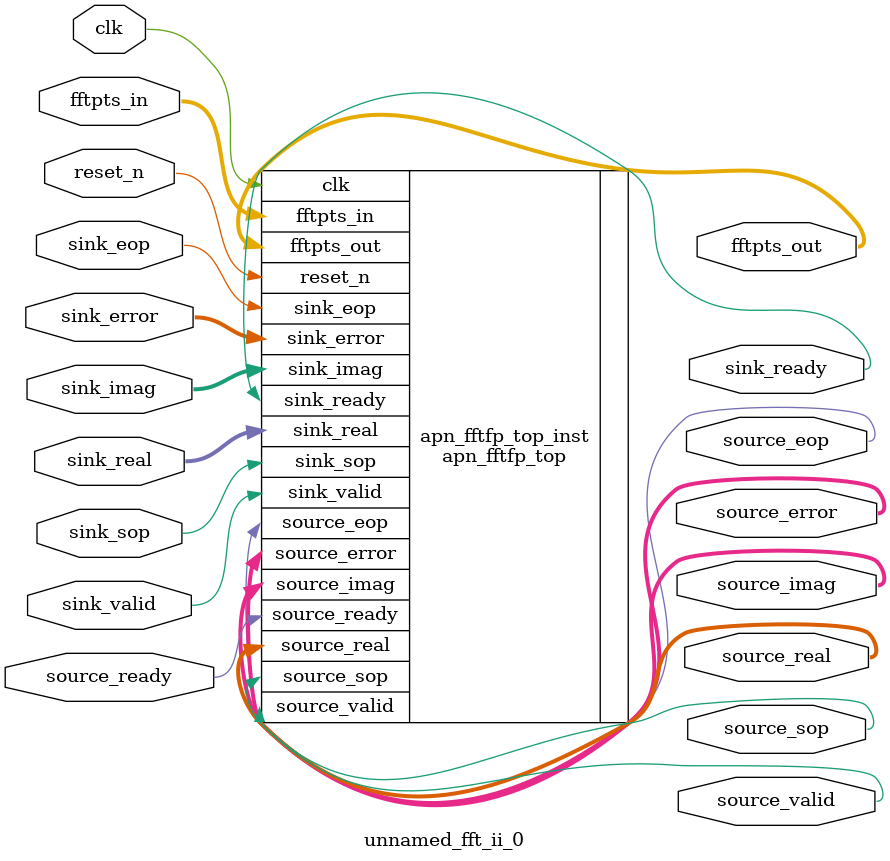
<source format=sv>



module unnamed_fft_ii_0 (
   input clk, 
   input reset_n,
	input [13 : 0] fftpts_in,
	input	sink_valid,
	input	sink_sop,
	input	sink_eop,
	input	logic [31 : 0] sink_real,
	input	logic [31 : 0] sink_imag,
	input	logic [1 : 0] sink_error,
	input	source_ready,
   output [13 : 0] fftpts_out,
	output sink_ready,
	output [1 : 0] source_error,
	output source_sop,
	output source_eop,
	output source_valid,
	output [31 : 0] source_real,
	output [31 : 0] source_imag
	);

	apn_fftfp_top #(
		.DEVICE_FAMILY_g("MAX 10"),
		.MAX_FFTPTS_g(8192),
		.NUM_STAGES_g(7),
		.DATAWIDTH_g(32),
		.TWIDWIDTH_g(32),
		.MAX_GROW_g (0),
		.TWIDROM_BASE_g("unnamed_fft_ii_0_"),
		.DSP_ROUNDING_g(0),
		.INPUT_FORMAT_g("NATURAL_ORDER"),
		.OUTPUT_FORMAT_g("DIGIT_REVERSED"),
		.REPRESENTATION_g("FLOATPT"),
		.DSP_ARCH_g(0),
        .PRUNE_g("2,2,2,2,3,2,0") 
	)
	apn_fftfp_top_inst (
		.clk(clk),
		.reset_n(reset_n),
		.fftpts_in(fftpts_in),
		.fftpts_out(fftpts_out),
		.sink_valid(sink_valid),
		.sink_sop(sink_sop),
		.sink_eop(sink_eop),
		.sink_real(sink_real),
		.sink_imag(sink_imag),
		.sink_ready(sink_ready),
		.sink_error(sink_error),
		.source_error(source_error),
		.source_ready(source_ready),
		.source_sop(source_sop),
		.source_eop(source_eop),
		.source_valid(source_valid),
		.source_real(source_real),
		.source_imag(source_imag)
	);
endmodule


</source>
